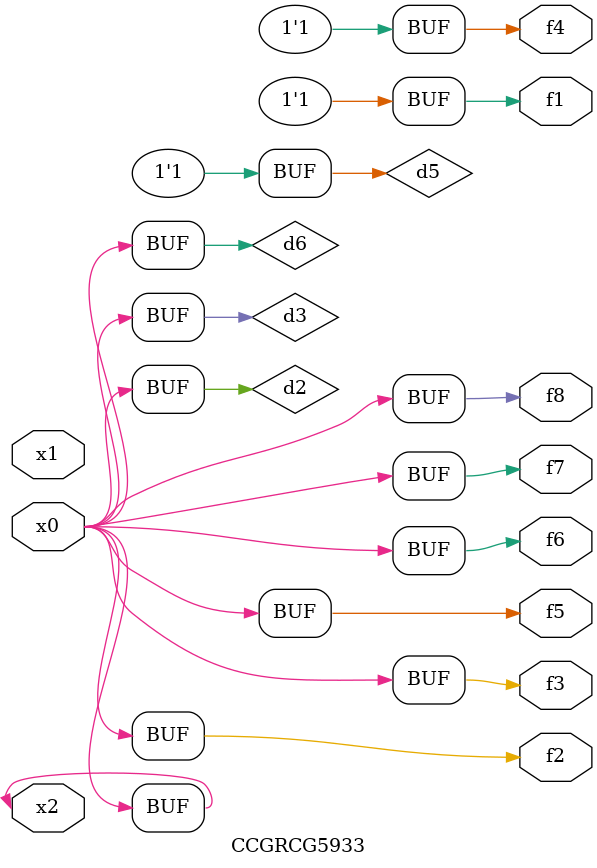
<source format=v>
module CCGRCG5933(
	input x0, x1, x2,
	output f1, f2, f3, f4, f5, f6, f7, f8
);

	wire d1, d2, d3, d4, d5, d6;

	xnor (d1, x2);
	buf (d2, x0, x2);
	and (d3, x0);
	xnor (d4, x1, x2);
	nand (d5, d1, d3);
	buf (d6, d2, d3);
	assign f1 = d5;
	assign f2 = d6;
	assign f3 = d6;
	assign f4 = d5;
	assign f5 = d6;
	assign f6 = d6;
	assign f7 = d6;
	assign f8 = d6;
endmodule

</source>
